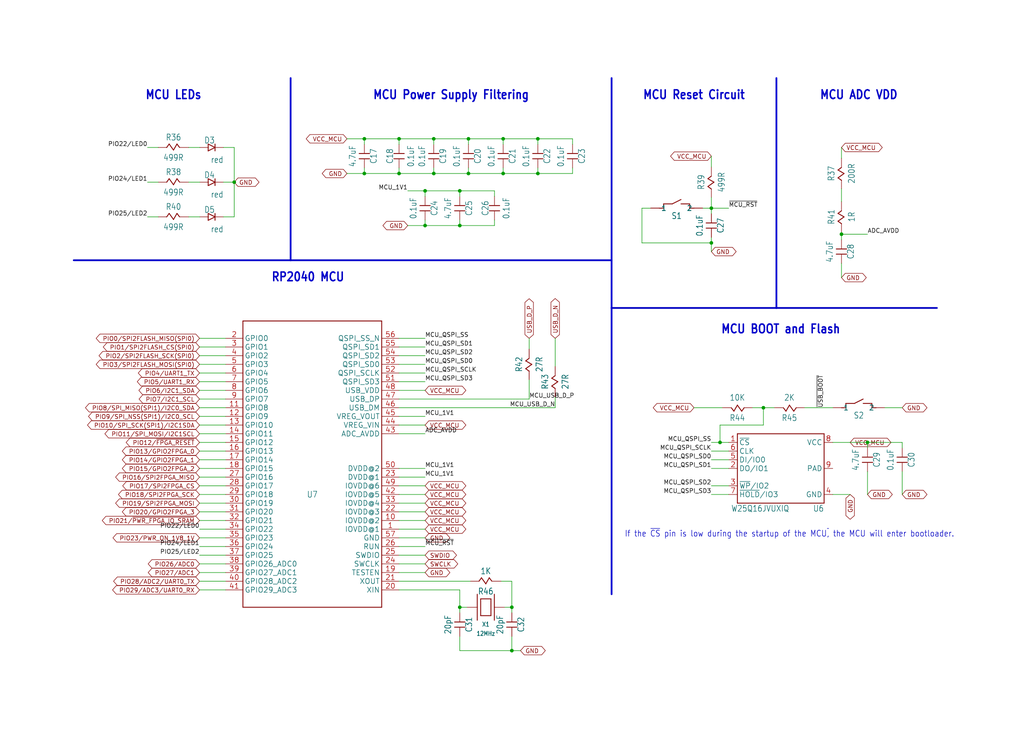
<source format=kicad_sch>
(kicad_sch (version 20250114) (generator "eeschema") (generator_version "9.0")
  (paper "User" 299.822 217.322)
  (lib_symbols
    (symbol "env-eagle-import:CAPACITOR0402"
      (property "Reference" "C" (at 0 1.714 0))
      (symbol "CAPACITOR0402_1_0"
        (polyline (pts (xy -0.762 1.524) (xy -0.762 -1.524)) (stroke (width 0.254)))
        (polyline (pts (xy 0.762 -1.524) (xy 0.762 1.524)) (stroke (width 0.254)))
        (pin bidirectional line (at -3.46 0 0) (length 2.54) (name "P$1") (number "1"))
        (pin bidirectional line (at 3.46 0 180) (length 2.54) (name "P$2") (number "2"))
      )
    )
    (symbol "env-eagle-import:CAPACITOR0603"
      (property "Reference" "C" (at 0 1.714 0))
      (symbol "CAPACITOR0603_1_0"
        (polyline (pts (xy -0.762 1.524) (xy -0.762 -1.524)) (stroke (width 0.254)))
        (polyline (pts (xy 0.762 -1.524) (xy 0.762 1.524)) (stroke (width 0.254)))
        (pin bidirectional line (at -3.46 0 0) (length 2.54) (name "P$1") (number "1"))
        (pin bidirectional line (at 3.46 0 180) (length 2.54) (name "P$2") (number "2"))
      )
    )
    (symbol "env-eagle-import:LED0402"
      (property "Reference" "D" (at -3 2 0))
      (symbol "LED0402_1_0"
        (polyline (pts (xy -1 1) (xy -1 -1)) (stroke (width 0.254)))
        (polyline (pts (xy -1 -1) (xy 1 0)) (stroke (width 0.254)))
        (polyline (pts (xy 1 1) (xy 1 0)) (stroke (width 0.254)))
        (polyline (pts (xy 1 0) (xy -1 1)) (stroke (width 0.254)))
        (polyline (pts (xy 1 0) (xy 1 -1)) (stroke (width 0.254)))
        (pin bidirectional line (at -3.46 0 0) (length 2.54) (name "1") (number "1"))
        (pin bidirectional line (at 3.46 0 180) (length 2.54) (name "2") (number "2"))
      )
    )
    (symbol "env-eagle-import:QUARTZ"
      (property "Reference" "X" (at 0 7 0))
      (symbol "QUARTZ_1_0"
        (polyline (pts (xy -3 0) (xy -2.5 0)) (stroke (width 0.1524)))
        (polyline (pts (xy -2.5 3.81) (xy -2.5 0)) (stroke (width 0.254)))
        (polyline (pts (xy -2.5 0) (xy -2.5 -3.81)) (stroke (width 0.254)))
        (polyline (pts (xy -1.5 2.46) (xy -1.5 -2.46)) (stroke (width 0.254)))
        (polyline (pts (xy -1.5 -2.46) (xy 1.5 -2.46)) (stroke (width 0.254)))
        (polyline (pts (xy 1.5 2.46) (xy -1.5 2.46)) (stroke (width 0.254)))
        (polyline (pts (xy 1.5 -2.46) (xy 1.5 2.46)) (stroke (width 0.254)))
        (polyline (pts (xy 2.5 3.81) (xy 2.5 0)) (stroke (width 0.254)))
        (polyline (pts (xy 2.5 0) (xy 2.5 -3.81)) (stroke (width 0.254)))
        (polyline (pts (xy 2.5 0) (xy 3 0)) (stroke (width 0.1524)))
        (pin bidirectional line (at -5.46 0 0) (length 2.54) (name "P$1") (number "1"))
        (pin bidirectional line (at 5.46 0 180) (length 2.54) (name "P$2") (number "3"))
      )
    )
    (symbol "env-eagle-import:RESISTORSMD_0402"
      (property "Reference" "R" (at 0 2 0))
      (symbol "RESISTORSMD_0402_1_0"
        (polyline (pts (xy -2 0) (xy -1.27 1.016)) (stroke (width 0.254)))
        (polyline (pts (xy -1.27 1.016) (xy 0 -0.762)) (stroke (width 0.254)))
        (polyline (pts (xy 0 -0.762) (xy 1.016 1.016)) (stroke (width 0.254)))
        (polyline (pts (xy 1.016 1.016) (xy 1.778 0)) (stroke (width 0.254)))
        (pin bidirectional line (at -4.46 0 0) (length 2.54) (name "1") (number "1"))
        (pin bidirectional line (at 4.46 0 180) (length 2.54) (name "2") (number "2"))
      )
    )
    (symbol "env-eagle-import:RP2040"
      (property "Reference" "U" (at -2.54 40.64 0))
      (symbol "RP2040_1_0"
        (polyline (pts (xy -20.32 45.72) (xy -20.32 -38.1)) (stroke (width 0.254)))
        (polyline (pts (xy -20.32 -38.1) (xy 20.32 -38.1)) (stroke (width 0.254)))
        (polyline (pts (xy 20.32 45.72) (xy -20.32 45.72)) (stroke (width 0.254)))
        (polyline (pts (xy 20.32 -38.1) (xy 20.32 45.72)) (stroke (width 0.254)))
        (pin bidirectional line (at -25.4 40.64 0) (length 5.08) (name "GPIO0") (number "2"))
        (pin bidirectional line (at -25.4 38.1 0) (length 5.08) (name "GPIO1") (number "3"))
        (pin bidirectional line (at -25.4 35.56 0) (length 5.08) (name "GPIO2") (number "4"))
        (pin bidirectional line (at -25.4 33.02 0) (length 5.08) (name "GPIO3") (number "5"))
        (pin bidirectional line (at -25.4 30.48 0) (length 5.08) (name "GPIO4") (number "6"))
        (pin bidirectional line (at -25.4 27.94 0) (length 5.08) (name "GPIO5") (number "7"))
        (pin bidirectional line (at -25.4 25.4 0) (length 5.08) (name "GPIO6") (number "8"))
        (pin bidirectional line (at -25.4 22.86 0) (length 5.08) (name "GPIO7") (number "9"))
        (pin bidirectional line (at -25.4 20.32 0) (length 5.08) (name "GPIO8") (number "11"))
        (pin bidirectional line (at -25.4 17.78 0) (length 5.08) (name "GPIO9") (number "12"))
        (pin bidirectional line (at -25.4 15.24 0) (length 5.08) (name "GPIO10") (number "13"))
        (pin bidirectional line (at -25.4 12.7 0) (length 5.08) (name "GPIO11") (number "14"))
        (pin bidirectional line (at -25.4 10.16 0) (length 5.08) (name "GPIO12") (number "15"))
        (pin bidirectional line (at -25.4 7.62 0) (length 5.08) (name "GPIO13") (number "16"))
        (pin bidirectional line (at -25.4 5.08 0) (length 5.08) (name "GPIO14") (number "17"))
        (pin bidirectional line (at -25.4 2.54 0) (length 5.08) (name "GPIO15") (number "18"))
        (pin bidirectional line (at -25.4 0 0) (length 5.08) (name "GPIO16") (number "27"))
        (pin bidirectional line (at -25.4 -2.54 0) (length 5.08) (name "GPIO17") (number "28"))
        (pin bidirectional line (at -25.4 -5.08 0) (length 5.08) (name "GPIO18") (number "29"))
        (pin bidirectional line (at -25.4 -7.62 0) (length 5.08) (name "GPIO19") (number "30"))
        (pin bidirectional line (at -25.4 -10.16 0) (length 5.08) (name "GPIO20") (number "31"))
        (pin bidirectional line (at -25.4 -12.7 0) (length 5.08) (name "GPIO21") (number "32"))
        (pin bidirectional line (at -25.4 -15.24 0) (length 5.08) (name "GPIO22") (number "34"))
        (pin bidirectional line (at -25.4 -17.78 0) (length 5.08) (name "GPIO23") (number "35"))
        (pin bidirectional line (at -25.4 -20.32 0) (length 5.08) (name "GPIO24") (number "36"))
        (pin bidirectional line (at -25.4 -22.86 0) (length 5.08) (name "GPIO25") (number "37"))
        (pin bidirectional line (at -25.4 -25.4 0) (length 5.08) (name "GPIO26_ADC0") (number "38"))
        (pin bidirectional line (at -25.4 -27.94 0) (length 5.08) (name "GPIO27_ADC1") (number "39"))
        (pin bidirectional line (at -25.4 -30.48 0) (length 5.08) (name "GPIO28_ADC2") (number "40"))
        (pin bidirectional line (at -25.4 -33.02 0) (length 5.08) (name "GPIO29_ADC3") (number "41"))
        (pin bidirectional line (at 25.4 40.64 180) (length 5.08) (name "QSPI_SS_N") (number "56"))
        (pin bidirectional line (at 25.4 38.1 180) (length 5.08) (name "QSPI_SD1") (number "55"))
        (pin bidirectional line (at 25.4 35.56 180) (length 5.08) (name "QSPI_SD2") (number "54"))
        (pin bidirectional line (at 25.4 33.02 180) (length 5.08) (name "QSPI_SD0") (number "53"))
        (pin bidirectional line (at 25.4 30.48 180) (length 5.08) (name "QSPI_SCLK") (number "52"))
        (pin bidirectional line (at 25.4 27.94 180) (length 5.08) (name "QSPI_SD3") (number "51"))
        (pin bidirectional line (at 25.4 25.4 180) (length 5.08) (name "USB_VDD") (number "48"))
        (pin bidirectional line (at 25.4 22.86 180) (length 5.08) (name "USB_DP") (number "47"))
        (pin bidirectional line (at 25.4 20.32 180) (length 5.08) (name "USB_DM") (number "46"))
        (pin bidirectional line (at 25.4 17.78 180) (length 5.08) (name "VREG_VOUT") (number "45"))
        (pin bidirectional line (at 25.4 15.24 180) (length 5.08) (name "VREG_VIN") (number "44"))
        (pin bidirectional line (at 25.4 12.7 180) (length 5.08) (name "ADC_AVDD") (number "43"))
        (pin bidirectional line (at 25.4 2.54 180) (length 5.08) (name "DVDD@2") (number "50"))
        (pin bidirectional line (at 25.4 0 180) (length 5.08) (name "DVDD@1") (number "23"))
        (pin bidirectional line (at 25.4 -2.54 180) (length 5.08) (name "IOVDD@6") (number "49"))
        (pin bidirectional line (at 25.4 -5.08 180) (length 5.08) (name "IOVDD@5") (number "42"))
        (pin bidirectional line (at 25.4 -7.62 180) (length 5.08) (name "IOVDD@4") (number "33"))
        (pin bidirectional line (at 25.4 -10.16 180) (length 5.08) (name "IOVDD@3") (number "22"))
        (pin bidirectional line (at 25.4 -12.7 180) (length 5.08) (name "IOVDD@2") (number "10"))
        (pin bidirectional line (at 25.4 -15.24 180) (length 5.08) (name "IOVDD@1") (number "1"))
        (pin bidirectional line (at 25.4 -17.78 180) (length 5.08) (name "GND") (number "57"))
        (pin bidirectional line (at 25.4 -20.32 180) (length 5.08) (name "RUN") (number "26"))
        (pin bidirectional line (at 25.4 -22.86 180) (length 5.08) (name "SWDIO") (number "25"))
        (pin bidirectional line (at 25.4 -25.4 180) (length 5.08) (name "SWCLK") (number "24"))
        (pin bidirectional line (at 25.4 -27.94 180) (length 5.08) (name "TESTEN") (number "19"))
        (pin bidirectional line (at 25.4 -30.48 180) (length 5.08) (name "XOUT") (number "21"))
        (pin bidirectional line (at 25.4 -33.02 180) (length 5.08) (name "XIN") (number "20"))
      )
    )
    (symbol "env-eagle-import:TACTILE-SWITCH"
      (property "Reference" "S" (at 0 -3.81 0))
      (symbol "TACTILE-SWITCH_1_0"
        (polyline (pts (xy -5.08 -2.54) (xy -3.81 -2.54)) (stroke (width 0.254)))
        (polyline (pts (xy -3.81 -1.27) (xy -1.27 -1.27)) (stroke (width 0.254)))
        (polyline (pts (xy -3.81 -2.54) (xy -3.81 -1.27)) (stroke (width 0.254)))
        (polyline (pts (xy -1.27 -1.27) (xy 1.27 0)) (stroke (width 0.254)))
        (polyline (pts (xy 3.81 -1.27) (xy 1.27 -1.27)) (stroke (width 0.254)))
        (polyline (pts (xy 3.81 -2.54) (xy 3.81 -1.27)) (stroke (width 0.254)))
        (polyline (pts (xy 5.08 -2.54) (xy 3.81 -2.54)) (stroke (width 0.254)))
        (pin bidirectional line (at -7.62 -2.54 0) (length 2.54) (name "1") (number "1"))
        (pin bidirectional line (at -7.62 -2.54 0) (length 2.54) (name "1") (number "2"))
        (pin bidirectional line (at 7.62 -2.54 180) (length 2.54) (name "2") (number "3"))
        (pin bidirectional line (at 7.62 -2.54 180) (length 2.54) (name "2") (number "4"))
      )
    )
    (symbol "env-eagle-import:W25Q16JVUXIQ"
      (property "Reference" "U" (at -12.7 -12.7 0))
      (symbol "W25Q16JVUXIQ_1_0"
        (polyline (pts (xy -12.7 10.16) (xy 12.7 10.16)) (stroke (width 0.254)))
        (polyline (pts (xy -12.7 -10.16) (xy -12.7 10.16)) (stroke (width 0.254)))
        (polyline (pts (xy 12.7 10.16) (xy 12.7 -10.16)) (stroke (width 0.254)))
        (polyline (pts (xy 12.7 -10.16) (xy -12.7 -10.16)) (stroke (width 0.254)))
        (pin bidirectional line (at -15.24 7.62 0) (length 2.54) (name "VCC") (number "8"))
        (pin bidirectional line (at -15.24 0 0) (length 2.54) (name "PAD") (number "9"))
        (pin bidirectional line (at -15.24 -7.62 0) (length 2.54) (name "GND") (number "4"))
        (pin input line (at 15.24 7.62 180) (length 2.54) (name "~{CS}") (number "1"))
        (pin input line (at 15.24 5.08 180) (length 2.54) (name "CLK") (number "6"))
        (pin bidirectional line (at 15.24 2.54 180) (length 2.54) (name "DI/IO0") (number "5"))
        (pin bidirectional line (at 15.24 0 180) (length 2.54) (name "DO/IO1") (number "2"))
        (pin bidirectional line (at 15.24 -5.08 180) (length 2.54) (name "~{WP}/IO2") (number "3"))
        (pin bidirectional line (at 15.24 -7.62 180) (length 2.54) (name "~{HOLD}/IO3") (number "7"))
      )
    )
  )
  (text "MCU Power Supply Filtering" (at 132.08 27.94 0) (effects (font (size 2.54 2.159) (thickness 0.4318) (bold yes))))
  (text "If the ~{CS} pin is low during the startup of the MCU~{,} the MCU will enter bootloader." (at 182.88 157.48 0) (effects (font (size 1.778 1.5113)) (justify left bottom)))
  (text "MCU BOOT and Flash" (at 228.6 96.52 0) (effects (font (size 2.54 2.159) (thickness 0.4318) (bold yes))))
  (text "MCU Reset Circuit" (at 203.2 27.94 0) (effects (font (size 2.54 2.159) (thickness 0.4318) (bold yes))))
  (text "MCU LEDs" (at 50.8 27.94 0) (effects (font (size 2.54 2.159) (thickness 0.4318) (bold yes))))
  (text "RP2040 MCU" (at 90.17 81.28 0) (effects (font (size 2.54 2.159) (thickness 0.4318) (bold yes))))
  (text "MCU ADC VDD" (at 251.46 27.94 0) (effects (font (size 2.54 2.159) (thickness 0.4318) (bold yes))))
  (junction (at 127 50.8))
  (junction (at 68.58 53.34))
  (junction (at 254 129.54))
  (junction (at 124.46 66.04))
  (junction (at 208.28 71.12))
  (junction (at 149.86 177.8))
  (junction (at 246.38 68.58))
  (junction (at 147.32 40.64))
  (junction (at 137.16 50.8))
  (junction (at 137.16 40.64))
  (junction (at 134.62 177.8))
  (junction (at 157.48 50.8))
  (junction (at 116.84 50.8))
  (junction (at 210.82 129.54))
  (junction (at 106.68 40.64))
  (junction (at 134.62 55.88))
  (junction (at 147.32 50.8))
  (junction (at 106.68 50.8))
  (junction (at 134.62 66.04))
  (junction (at 116.84 40.64))
  (junction (at 124.46 55.88))
  (junction (at 223.52 119.38))
  (junction (at 157.48 40.64))
  (junction (at 149.86 190.5))
  (junction (at 208.28 60.96))
  (junction (at 127 40.64))
  (wire (pts (xy 58.42 109.22) (xy 66.04 109.22)) (stroke (width 0.1524)))
  (wire (pts (xy 137.16 40.64) (xy 147.32 40.64)) (stroke (width 0.1524)))
  (wire (pts (xy 66.04 172.72) (xy 58.42 172.72)) (stroke (width 0.1524)))
  (wire (pts (xy 208.28 60.96) (xy 213.36 60.96)) (stroke (width 0.1524)))
  (wire (pts (xy 116.84 149.86) (xy 124.46 149.86)) (stroke (width 0.1524)))
  (wire (pts (xy 66.04 149.86) (xy 58.42 149.86)) (stroke (width 0.1524)))
  (polyline (pts (xy 179.07 76.2) (xy 179.07 22.86)) (stroke (width 0.508) (type solid)))
  (wire (pts (xy 154.94 102.22) (xy 154.94 99.06)) (stroke (width 0.1524)))
  (wire (pts (xy 66.04 170.18) (xy 58.42 170.18)) (stroke (width 0.1524)))
  (wire (pts (xy 124.46 139.7) (xy 116.84 139.7)) (stroke (width 0.1524)))
  (wire (pts (xy 146.7 170.18) (xy 149.86 170.18)) (stroke (width 0.1524)))
  (wire (pts (xy 208.28 60.96) (xy 208.28 57.8)) (stroke (width 0.1524)))
  (wire (pts (xy 127 50.8) (xy 116.84 50.8)) (stroke (width 0.1524)))
  (wire (pts (xy 68.58 63.5) (xy 68.58 53.34)) (stroke (width 0.1524)))
  (wire (pts (xy 66.04 114.3) (xy 58.42 114.3)) (stroke (width 0.1524)))
  (wire (pts (xy 210.82 124.46) (xy 210.82 129.54)) (stroke (width 0.1524)))
  (wire (pts (xy 116.84 137.16) (xy 124.46 137.16)) (stroke (width 0.1524)))
  (wire (pts (xy 124.46 114.3) (xy 116.84 114.3)) (stroke (width 0.1524)))
  (wire (pts (xy 213.36 144.78) (xy 208.28 144.78)) (stroke (width 0.1524)))
  (wire (pts (xy 223.52 119.38) (xy 220.36 119.38)) (stroke (width 0.1524)))
  (wire (pts (xy 147.32 42.26) (xy 147.32 40.64)) (stroke (width 0.1524)))
  (polyline (pts (xy 85.09 22.86) (xy 85.09 76.2)) (stroke (width 0.508) (type solid)))
  (wire (pts (xy 213.36 129.54) (xy 210.82 129.54)) (stroke (width 0.1524)))
  (wire (pts (xy 66.04 132.08) (xy 58.42 132.08)) (stroke (width 0.1524)))
  (wire (pts (xy 116.84 116.84) (xy 154.94 116.84)) (stroke (width 0.1524)))
  (wire (pts (xy 116.84 165.1) (xy 124.46 165.1)) (stroke (width 0.1524)))
  (wire (pts (xy 137.16 50.8) (xy 127 50.8)) (stroke (width 0.1524)))
  (polyline (pts (xy 179.07 76.2) (xy 179.07 90.17)) (stroke (width 0.508) (type solid)))
  (wire (pts (xy 58.5 53.34) (xy 55.26 53.34)) (stroke (width 0.1524)))
  (wire (pts (xy 136.78 177.8) (xy 134.62 177.8)) (stroke (width 0.1524)))
  (wire (pts (xy 66.04 167.64) (xy 58.42 167.64)) (stroke (width 0.1524)))
  (wire (pts (xy 66.04 144.78) (xy 58.42 144.78)) (stroke (width 0.1524)))
  (wire (pts (xy 116.84 111.76) (xy 124.46 111.76)) (stroke (width 0.1524)))
  (wire (pts (xy 162.56 119.38) (xy 162.56 116.22)) (stroke (width 0.1524)))
  (wire (pts (xy 66.04 124.46) (xy 58.42 124.46)) (stroke (width 0.1524)))
  (wire (pts (xy 264.16 138.08) (xy 264.16 144.78)) (stroke (width 0.1524)))
  (wire (pts (xy 46.34 63.5) (xy 43.18 63.5)) (stroke (width 0.1524)))
  (wire (pts (xy 116.84 119.38) (xy 162.56 119.38)) (stroke (width 0.1524)))
  (wire (pts (xy 66.04 165.1) (xy 58.42 165.1)) (stroke (width 0.1524)))
  (wire (pts (xy 116.84 42.26) (xy 116.84 40.64)) (stroke (width 0.1524)))
  (wire (pts (xy 246.38 70.2) (xy 246.38 68.58)) (stroke (width 0.1524)))
  (wire (pts (xy 157.48 40.64) (xy 157.48 42.26)) (stroke (width 0.1524)))
  (wire (pts (xy 68.58 43.18) (xy 65.42 43.18)) (stroke (width 0.1524)))
  (wire (pts (xy 246.38 68.58) (xy 246.38 67.96)) (stroke (width 0.1524)))
  (wire (pts (xy 66.04 157.48) (xy 58.42 157.48)) (stroke (width 0.1524)))
  (wire (pts (xy 208.28 45.72) (xy 208.28 48.88)) (stroke (width 0.1524)))
  (wire (pts (xy 66.04 99.06) (xy 58.42 99.06)) (stroke (width 0.1524)))
  (wire (pts (xy 116.84 144.78) (xy 124.46 144.78)) (stroke (width 0.1524)))
  (wire (pts (xy 254 138.08) (xy 254 144.78)) (stroke (width 0.1524)))
  (wire (pts (xy 116.84 127) (xy 124.46 127)) (stroke (width 0.1524)))
  (wire (pts (xy 65.42 53.34) (xy 68.58 53.34)) (stroke (width 0.1524)))
  (wire (pts (xy 66.04 154.94) (xy 58.42 154.94)) (stroke (width 0.1524)))
  (wire (pts (xy 116.84 50.8) (xy 106.68 50.8)) (stroke (width 0.1524)))
  (wire (pts (xy 223.52 119.38) (xy 223.52 124.46)) (stroke (width 0.1524)))
  (wire (pts (xy 208.28 71.12) (xy 208.28 73.66)) (stroke (width 0.1524)))
  (wire (pts (xy 149.86 186.34) (xy 149.86 190.5)) (stroke (width 0.1524)))
  (wire (pts (xy 116.84 152.4) (xy 124.46 152.4)) (stroke (width 0.1524)))
  (wire (pts (xy 116.84 99.06) (xy 124.46 99.06)) (stroke (width 0.1524)))
  (wire (pts (xy 213.36 134.62) (xy 208.28 134.62)) (stroke (width 0.1524)))
  (wire (pts (xy 116.84 142.24) (xy 124.46 142.24)) (stroke (width 0.1524)))
  (wire (pts (xy 205.74 60.96) (xy 208.28 60.96)) (stroke (width 0.1524)))
  (wire (pts (xy 116.84 109.22) (xy 124.46 109.22)) (stroke (width 0.1524)))
  (wire (pts (xy 147.7 177.8) (xy 149.86 177.8)) (stroke (width 0.1524)))
  (wire (pts (xy 246.38 68.58) (xy 254 68.58)) (stroke (width 0.1524)))
  (wire (pts (xy 134.62 66.04) (xy 124.46 66.04)) (stroke (width 0.1524)))
  (wire (pts (xy 144.78 64.42) (xy 144.78 66.04)) (stroke (width 0.1524)))
  (wire (pts (xy 66.04 121.92) (xy 58.42 121.92)) (stroke (width 0.1524)))
  (wire (pts (xy 162.56 99.06) (xy 162.56 107.3)) (stroke (width 0.1524)))
  (wire (pts (xy 116.84 124.46) (xy 124.46 124.46)) (stroke (width 0.1524)))
  (wire (pts (xy 134.62 55.88) (xy 124.46 55.88)) (stroke (width 0.1524)))
  (wire (pts (xy 226.68 119.38) (xy 223.52 119.38)) (stroke (width 0.1524)))
  (polyline (pts (xy 179.07 90.17) (xy 179.07 173.99)) (stroke (width 0.508) (type solid)))
  (wire (pts (xy 243.84 119.38) (xy 235.6 119.38)) (stroke (width 0.1524)))
  (wire (pts (xy 147.32 40.64) (xy 157.48 40.64)) (stroke (width 0.1524)))
  (wire (pts (xy 58.5 43.18) (xy 55.26 43.18)) (stroke (width 0.1524)))
  (wire (pts (xy 223.52 124.46) (xy 210.82 124.46)) (stroke (width 0.1524)))
  (wire (pts (xy 116.84 170.18) (xy 137.78 170.18)) (stroke (width 0.1524)))
  (wire (pts (xy 157.48 40.64) (xy 167.64 40.64)) (stroke (width 0.1524)))
  (wire (pts (xy 254 129.54) (xy 243.84 129.54)) (stroke (width 0.1524)))
  (wire (pts (xy 66.04 160.02) (xy 58.42 160.02)) (stroke (width 0.1524)))
  (wire (pts (xy 66.04 119.38) (xy 58.42 119.38)) (stroke (width 0.1524)))
  (wire (pts (xy 149.86 177.8) (xy 149.86 179.42)) (stroke (width 0.1524)))
  (wire (pts (xy 208.28 71.12) (xy 208.28 69.5)) (stroke (width 0.1524)))
  (wire (pts (xy 116.84 154.94) (xy 124.46 154.94)) (stroke (width 0.1524)))
  (wire (pts (xy 106.68 50.8) (xy 101.6 50.8)) (stroke (width 0.1524)))
  (wire (pts (xy 264.16 129.54) (xy 264.16 131.16)) (stroke (width 0.1524)))
  (wire (pts (xy 144.78 66.04) (xy 134.62 66.04)) (stroke (width 0.1524)))
  (wire (pts (xy 147.32 49.18) (xy 147.32 50.8)) (stroke (width 0.1524)))
  (wire (pts (xy 116.84 106.68) (xy 124.46 106.68)) (stroke (width 0.1524)))
  (wire (pts (xy 46.34 53.34) (xy 43.18 53.34)) (stroke (width 0.1524)))
  (polyline (pts (xy 227.33 90.17) (xy 274.32 90.17)) (stroke (width 0.508) (type solid)))
  (wire (pts (xy 66.04 106.68) (xy 58.42 106.68)) (stroke (width 0.1524)))
  (wire (pts (xy 116.84 157.48) (xy 124.46 157.48)) (stroke (width 0.1524)))
  (wire (pts (xy 116.84 172.72) (xy 134.62 172.72)) (stroke (width 0.1524)))
  (wire (pts (xy 116.84 49.18) (xy 116.84 50.8)) (stroke (width 0.1524)))
  (wire (pts (xy 213.36 132.08) (xy 208.28 132.08)) (stroke (width 0.1524)))
  (wire (pts (xy 167.64 40.64) (xy 167.64 42.26)) (stroke (width 0.1524)))
  (wire (pts (xy 124.46 57.5) (xy 124.46 55.88)) (stroke (width 0.1524)))
  (wire (pts (xy 127 42.26) (xy 127 40.64)) (stroke (width 0.1524)))
  (wire (pts (xy 116.84 40.64) (xy 106.68 40.64)) (stroke (width 0.1524)))
  (wire (pts (xy 254 131.16) (xy 254 129.54)) (stroke (width 0.1524)))
  (wire (pts (xy 134.62 57.5) (xy 134.62 55.88)) (stroke (width 0.1524)))
  (wire (pts (xy 116.84 167.64) (xy 124.46 167.64)) (stroke (width 0.1524)))
  (wire (pts (xy 116.84 104.14) (xy 124.46 104.14)) (stroke (width 0.1524)))
  (wire (pts (xy 66.04 147.32) (xy 58.42 147.32)) (stroke (width 0.1524)))
  (polyline (pts (xy 21.59 76.2) (xy 85.09 76.2)) (stroke (width 0.508) (type solid)))
  (wire (pts (xy 58.5 63.5) (xy 55.26 63.5)) (stroke (width 0.1524)))
  (wire (pts (xy 66.04 134.62) (xy 58.42 134.62)) (stroke (width 0.1524)))
  (wire (pts (xy 68.58 53.34) (xy 68.58 43.18)) (stroke (width 0.1524)))
  (wire (pts (xy 66.04 137.16) (xy 58.42 137.16)) (stroke (width 0.1524)))
  (wire (pts (xy 66.04 101.6) (xy 58.42 101.6)) (stroke (width 0.1524)))
  (wire (pts (xy 66.04 142.24) (xy 58.42 142.24)) (stroke (width 0.1524)))
  (wire (pts (xy 167.64 49.18) (xy 167.64 50.8)) (stroke (width 0.1524)))
  (wire (pts (xy 157.48 50.8) (xy 167.64 50.8)) (stroke (width 0.1524)))
  (wire (pts (xy 66.04 111.76) (xy 58.42 111.76)) (stroke (width 0.1524)))
  (wire (pts (xy 149.86 170.18) (xy 149.86 177.8)) (stroke (width 0.1524)))
  (wire (pts (xy 66.04 152.4) (xy 58.42 152.4)) (stroke (width 0.1524)))
  (wire (pts (xy 116.84 147.32) (xy 124.46 147.32)) (stroke (width 0.1524)))
  (wire (pts (xy 134.62 190.5) (xy 149.86 190.5)) (stroke (width 0.1524)))
  (wire (pts (xy 134.62 177.8) (xy 134.62 179.42)) (stroke (width 0.1524)))
  (wire (pts (xy 187.96 60.96) (xy 187.96 71.12)) (stroke (width 0.1524)))
  (polyline (pts (xy 85.09 76.2) (xy 179.07 76.2)) (stroke (width 0.508) (type solid)))
  (wire (pts (xy 66.04 104.14) (xy 58.42 104.14)) (stroke (width 0.1524)))
  (wire (pts (xy 66.04 127) (xy 58.42 127)) (stroke (width 0.1524)))
  (wire (pts (xy 127 40.64) (xy 137.16 40.64)) (stroke (width 0.1524)))
  (wire (pts (xy 116.84 162.56) (xy 124.46 162.56)) (stroke (width 0.1524)))
  (wire (pts (xy 124.46 66.04) (xy 119.38 66.04)) (stroke (width 0.1524)))
  (wire (pts (xy 116.84 160.02) (xy 124.46 160.02)) (stroke (width 0.1524)))
  (wire (pts (xy 116.84 121.92) (xy 124.46 121.92)) (stroke (width 0.1524)))
  (wire (pts (xy 243.84 144.78) (xy 248.92 144.78)) (stroke (width 0.1524)))
  (polyline (pts (xy 227.33 22.86) (xy 227.33 90.17)) (stroke (width 0.508) (type solid)))
  (wire (pts (xy 157.48 49.18) (xy 157.48 50.8)) (stroke (width 0.1524)))
  (wire (pts (xy 144.78 57.5) (xy 144.78 55.88)) (stroke (width 0.1524)))
  (wire (pts (xy 137.16 49.18) (xy 137.16 50.8)) (stroke (width 0.1524)))
  (wire (pts (xy 157.48 50.8) (xy 147.32 50.8)) (stroke (width 0.1524)))
  (wire (pts (xy 134.62 172.72) (xy 134.62 177.8)) (stroke (width 0.1524)))
  (wire (pts (xy 144.78 55.88) (xy 134.62 55.88)) (stroke (width 0.1524)))
  (wire (pts (xy 134.62 186.34) (xy 134.62 190.5)) (stroke (width 0.1524)))
  (wire (pts (xy 127 49.18) (xy 127 50.8)) (stroke (width 0.1524)))
  (wire (pts (xy 213.36 137.16) (xy 208.28 137.16)) (stroke (width 0.1524)))
  (wire (pts (xy 259.08 119.38) (xy 264.16 119.38)) (stroke (width 0.1524)))
  (wire (pts (xy 149.86 190.5) (xy 152.4 190.5)) (stroke (width 0.1524)))
  (wire (pts (xy 246.38 46.34) (xy 246.38 43.18)) (stroke (width 0.1524)))
  (wire (pts (xy 213.36 142.24) (xy 208.28 142.24)) (stroke (width 0.1524)))
  (wire (pts (xy 116.84 101.6) (xy 124.46 101.6)) (stroke (width 0.1524)))
  (wire (pts (xy 208.28 62.58) (xy 208.28 60.96)) (stroke (width 0.1524)))
  (wire (pts (xy 124.46 64.42) (xy 124.46 66.04)) (stroke (width 0.1524)))
  (wire (pts (xy 147.32 50.8) (xy 137.16 50.8)) (stroke (width 0.1524)))
  (wire (pts (xy 254 129.54) (xy 264.16 129.54)) (stroke (width 0.1524)))
  (wire (pts (xy 124.46 55.88) (xy 119.38 55.88)) (stroke (width 0.1524)))
  (wire (pts (xy 134.62 64.42) (xy 134.62 66.04)) (stroke (width 0.1524)))
  (polyline (pts (xy 179.07 90.17) (xy 227.33 90.17)) (stroke (width 0.508) (type solid)))
  (wire (pts (xy 106.68 42.26) (xy 106.68 40.64)) (stroke (width 0.1524)))
  (wire (pts (xy 154.94 116.84) (xy 154.94 111.14)) (stroke (width 0.1524)))
  (wire (pts (xy 211.44 119.38) (xy 203.2 119.38)) (stroke (width 0.1524)))
  (wire (pts (xy 190.5 60.96) (xy 187.96 60.96)) (stroke (width 0.1524)))
  (wire (pts (xy 66.04 139.7) (xy 58.42 139.7)) (stroke (width 0.1524)))
  (wire (pts (xy 66.04 116.84) (xy 58.42 116.84)) (stroke (width 0.1524)))
  (wire (pts (xy 246.38 77.12) (xy 246.38 81.28)) (stroke (width 0.1524)))
  (wire (pts (xy 106.68 40.64) (xy 101.6 40.64)) (stroke (width 0.1524)))
  (wire (pts (xy 210.82 129.54) (xy 208.28 129.54)) (stroke (width 0.1524)))
  (wire (pts (xy 66.04 129.54) (xy 58.42 129.54)) (stroke (width 0.1524)))
  (wire (pts (xy 137.16 42.26) (xy 137.16 40.64)) (stroke (width 0.1524)))
  (wire (pts (xy 46.34 43.18) (xy 43.18 43.18)) (stroke (width 0.1524)))
  (wire (pts (xy 66.04 162.56) (xy 58.42 162.56)) (stroke (width 0.1524)))
  (wire (pts (xy 106.68 49.18) (xy 106.68 50.8)) (stroke (width 0.1524)))
  (wire (pts (xy 65.42 63.5) (xy 68.58 63.5)) (stroke (width 0.1524)))
  (wire (pts (xy 116.84 40.64) (xy 127 40.64)) (stroke (width 0.1524)))
  (wire (pts (xy 246.38 55.26) (xy 246.38 59.04)) (stroke (width 0.1524)))
  (wire (pts (xy 187.96 71.12) (xy 208.28 71.12)) (stroke (width 0.1524)))
  (label "MCU_QSPI_SD1" (at 208.28 137.16 180) (effects (font (size 1.2446 1.2446))))
  (label "MCU_QSPI_SCLK" (at 208.28 132.08 180) (effects (font (size 1.2446 1.2446))))
  (label "MCU_USB_D_P" (at 154.94 116.84 0) (effects (font (size 1.2446 1.2446))))
  (label "MCU_QSPI_SD0" (at 124.46 106.68 0) (effects (font (size 1.2446 1.2446))))
  (label "PIO25/LED2" (at 43.18 63.5 180) (effects (font (size 1.2446 1.2446))))
  (label "MCU_USB_D_N" (at 162.56 119.38 180) (effects (font (size 1.2446 1.2446))))
  (label "MCU_QSPI_SD2" (at 208.28 142.24 180) (effects (font (size 1.2446 1.2446))))
  (label "PIO25/LED2" (at 58.42 162.56 180) (effects (font (size 1.2446 1.2446))))
  (label "MCU_1V1" (at 124.46 121.92 0) (effects (font (size 1.2446 1.2446))))
  (label "MCU_1V1" (at 124.46 139.7 0) (effects (font (size 1.2446 1.2446))))
  (label "~{MCU_RST}" (at 213.36 60.96 0) (effects (font (size 1.2446 1.2446))))
  (label "MCU_QSPI_SCLK" (at 124.46 109.22 0) (effects (font (size 1.2446 1.2446))))
  (label "MCU_QSPI_SD1" (at 124.46 101.6 0) (effects (font (size 1.2446 1.2446))))
  (label "MCU_QSPI_SS" (at 208.28 129.54 180) (effects (font (size 1.2446 1.2446))))
  (label "MCU_QSPI_SD2" (at 124.46 104.14 0) (effects (font (size 1.2446 1.2446))))
  (label "ADC_AVDD" (at 254 68.58 0) (effects (font (size 1.2446 1.2446))))
  (label "PIO22/LED0" (at 43.18 43.18 180) (effects (font (size 1.2446 1.2446))))
  (label "~{MCU_RST}" (at 124.46 160.02 0) (effects (font (size 1.2446 1.2446))))
  (label "MCU_QSPI_SD0" (at 208.28 134.62 180) (effects (font (size 1.2446 1.2446))))
  (label "ADC_AVDD" (at 124.46 127 0) (effects (font (size 1.2446 1.2446))))
  (label "MCU_1V1" (at 124.46 137.16 0) (effects (font (size 1.2446 1.2446))))
  (label "PIO24/LED1" (at 43.18 53.34 180) (effects (font (size 1.2446 1.2446))))
  (label "~{USB_BOOT}" (at 241.3 119.38 90) (effects (font (size 1.2446 1.2446))))
  (label "MCU_1V1" (at 119.38 55.88 180) (effects (font (size 1.2446 1.2446))))
  (label "MCU_QSPI_SS" (at 124.46 99.06 0) (effects (font (size 1.2446 1.2446))))
  (label "MCU_QSPI_SD3" (at 208.28 144.78 180) (effects (font (size 1.2446 1.2446))))
  (label "PIO22/LED0" (at 58.42 154.94 180) (effects (font (size 1.2446 1.2446))))
  (label "MCU_QSPI_SD3" (at 124.46 111.76 0) (effects (font (size 1.2446 1.2446))))
  (label "PIO24/LED1" (at 58.42 160.02 180) (effects (font (size 1.2446 1.2446))))
  (global_label "PIO2/SPI2FLASH_SCK(SPI0)" (shape bidirectional) (at 58.42 104.14 180) (effects (font (size 1.2446 1.2446))) (property "Intersheetrefs" "${INTERSHEET_REFS}" (effects (hide yes))))
  (global_label "GND" (shape bidirectional) (at 264.16 144.78 0) (effects (font (size 1.2446 1.2446))) (property "Intersheetrefs" "${INTERSHEET_REFS}" (effects (hide yes))))
  (global_label "VCC_MCU" (shape bidirectional) (at 124.46 144.78 0) (effects (font (size 1.2446 1.2446))) (property "Intersheetrefs" "${INTERSHEET_REFS}" (effects (hide yes))))
  (global_label "GND" (shape bidirectional) (at 68.58 53.34 0) (effects (font (size 1.2446 1.2446))) (property "Intersheetrefs" "${INTERSHEET_REFS}" (effects (hide yes))))
  (global_label "VCC_MCU" (shape bidirectional) (at 124.46 154.94 0) (effects (font (size 1.2446 1.2446))) (property "Intersheetrefs" "${INTERSHEET_REFS}" (effects (hide yes))))
  (global_label "PIO8/SPI_MISO(SPI1)/I2C0_SDA" (shape bidirectional) (at 58.42 119.38 180) (effects (font (size 1.2446 1.2446))) (property "Intersheetrefs" "${INTERSHEET_REFS}" (effects (hide yes))))
  (global_label "VCC_MCU" (shape bidirectional) (at 203.2 119.38 180) (effects (font (size 1.2446 1.2446))) (property "Intersheetrefs" "${INTERSHEET_REFS}" (effects (hide yes))))
  (global_label "PIO28/ADC2/UART0_TX" (shape bidirectional) (at 58.42 170.18 180) (effects (font (size 1.2446 1.2446))) (property "Intersheetrefs" "${INTERSHEET_REFS}" (effects (hide yes))))
  (global_label "PIO16/SPI2FPGA_MISO" (shape bidirectional) (at 58.42 139.7 180) (effects (font (size 1.2446 1.2446))) (property "Intersheetrefs" "${INTERSHEET_REFS}" (effects (hide yes))))
  (global_label "PIO19/SPI2FPGA_MOSI" (shape bidirectional) (at 58.42 147.32 180) (effects (font (size 1.2446 1.2446))) (property "Intersheetrefs" "${INTERSHEET_REFS}" (effects (hide yes))))
  (global_label "VCC_MCU" (shape bidirectional) (at 208.28 45.72 180) (effects (font (size 1.2446 1.2446))) (property "Intersheetrefs" "${INTERSHEET_REFS}" (effects (hide yes))))
  (global_label "USB_D_P" (shape bidirectional) (at 154.94 99.06 90) (effects (font (size 1.2446 1.2446))) (property "Intersheetrefs" "${INTERSHEET_REFS}" (effects (hide yes))))
  (global_label "PIO21/~{PWR_FPGA_IO_SRAM}" (shape bidirectional) (at 58.42 152.4 180) (effects (font (size 1.2446 1.2446))) (property "Intersheetrefs" "${INTERSHEET_REFS}" (effects (hide yes))))
  (global_label "PIO12/~{FPGA_RESET}" (shape bidirectional) (at 58.42 129.54 180) (effects (font (size 1.2446 1.2446))) (property "Intersheetrefs" "${INTERSHEET_REFS}" (effects (hide yes))))
  (global_label "VCC_MCU" (shape bidirectional) (at 124.46 114.3 0) (effects (font (size 1.2446 1.2446))) (property "Intersheetrefs" "${INTERSHEET_REFS}" (effects (hide yes))))
  (global_label "GND" (shape bidirectional) (at 254 144.78 0) (effects (font (size 1.2446 1.2446))) (property "Intersheetrefs" "${INTERSHEET_REFS}" (effects (hide yes))))
  (global_label "GND" (shape bidirectional) (at 248.92 144.78 270) (effects (font (size 1.2446 1.2446))) (property "Intersheetrefs" "${INTERSHEET_REFS}" (effects (hide yes))))
  (global_label "GND" (shape bidirectional) (at 124.46 167.64 0) (effects (font (size 1.2446 1.2446))) (property "Intersheetrefs" "${INTERSHEET_REFS}" (effects (hide yes))))
  (global_label "PIO9/SPI_NSS(SPI1)/I2C0_SCL" (shape bidirectional) (at 58.42 121.92 180) (effects (font (size 1.2446 1.2446))) (property "Intersheetrefs" "${INTERSHEET_REFS}" (effects (hide yes))))
  (global_label "GND" (shape bidirectional) (at 246.38 81.28 0) (effects (font (size 1.2446 1.2446))) (property "Intersheetrefs" "${INTERSHEET_REFS}" (effects (hide yes))))
  (global_label "PIO29/ADC3/UART0_RX" (shape bidirectional) (at 58.42 172.72 180) (effects (font (size 1.2446 1.2446))) (property "Intersheetrefs" "${INTERSHEET_REFS}" (effects (hide yes))))
  (global_label "SWCLK" (shape bidirectional) (at 124.46 165.1 0) (effects (font (size 1.2446 1.2446))) (property "Intersheetrefs" "${INTERSHEET_REFS}" (effects (hide yes))))
  (global_label "PIO20/GPIO2FPGA_3" (shape bidirectional) (at 58.42 149.86 180) (effects (font (size 1.2446 1.2446))) (property "Intersheetrefs" "${INTERSHEET_REFS}" (effects (hide yes))))
  (global_label "GND" (shape bidirectional) (at 119.38 66.04 180) (effects (font (size 1.2446 1.2446))) (property "Intersheetrefs" "${INTERSHEET_REFS}" (effects (hide yes))))
  (global_label "GND" (shape bidirectional) (at 264.16 119.38 0) (effects (font (size 1.2446 1.2446))) (property "Intersheetrefs" "${INTERSHEET_REFS}" (effects (hide yes))))
  (global_label "VCC_MCU" (shape bidirectional) (at 124.46 142.24 0) (effects (font (size 1.2446 1.2446))) (property "Intersheetrefs" "${INTERSHEET_REFS}" (effects (hide yes))))
  (global_label "VCC_MCU" (shape bidirectional) (at 246.38 43.18 0) (effects (font (size 1.2446 1.2446))) (property "Intersheetrefs" "${INTERSHEET_REFS}" (effects (hide yes))))
  (global_label "PIO17/SPI2FPGA_CS" (shape bidirectional) (at 58.42 142.24 180) (effects (font (size 1.2446 1.2446))) (property "Intersheetrefs" "${INTERSHEET_REFS}" (effects (hide yes))))
  (global_label "PIO4/UART1_TX" (shape bidirectional) (at 58.42 109.22 180) (effects (font (size 1.2446 1.2446))) (property "Intersheetrefs" "${INTERSHEET_REFS}" (effects (hide yes))))
  (global_label "PIO6/I2C1_SDA" (shape bidirectional) (at 58.42 114.3 180) (effects (font (size 1.2446 1.2446))) (property "Intersheetrefs" "${INTERSHEET_REFS}" (effects (hide yes))))
  (global_label "PIO0/SPI2FLASH_MISO(SPI0)" (shape bidirectional) (at 58.42 99.06 180) (effects (font (size 1.2446 1.2446))) (property "Intersheetrefs" "${INTERSHEET_REFS}" (effects (hide yes))))
  (global_label "PIO23/PWR_ON_1V8_1V" (shape bidirectional) (at 58.42 157.48 180) (effects (font (size 1.2446 1.2446))) (property "Intersheetrefs" "${INTERSHEET_REFS}" (effects (hide yes))))
  (global_label "PIO5/UART1_RX" (shape bidirectional) (at 58.42 111.76 180) (effects (font (size 1.2446 1.2446))) (property "Intersheetrefs" "${INTERSHEET_REFS}" (effects (hide yes))))
  (global_label "PIO26/ADC0" (shape bidirectional) (at 58.42 165.1 180) (effects (font (size 1.2446 1.2446))) (property "Intersheetrefs" "${INTERSHEET_REFS}" (effects (hide yes))))
  (global_label "VCC_MCU" (shape bidirectional) (at 101.6 40.64 180) (effects (font (size 1.2446 1.2446))) (property "Intersheetrefs" "${INTERSHEET_REFS}" (effects (hide yes))))
  (global_label "VCC_MCU" (shape bidirectional) (at 124.46 149.86 0) (effects (font (size 1.2446 1.2446))) (property "Intersheetrefs" "${INTERSHEET_REFS}" (effects (hide yes))))
  (global_label "PIO14/GPIO2FPGA_1" (shape bidirectional) (at 58.42 134.62 180) (effects (font (size 1.2446 1.2446))) (property "Intersheetrefs" "${INTERSHEET_REFS}" (effects (hide yes))))
  (global_label "GND" (shape bidirectional) (at 124.46 157.48 0) (effects (font (size 1.2446 1.2446))) (property "Intersheetrefs" "${INTERSHEET_REFS}" (effects (hide yes))))
  (global_label "PIO11/SPI_MOSI/I2C1SCL" (shape bidirectional) (at 58.42 127 180) (effects (font (size 1.2446 1.2446))) (property "Intersheetrefs" "${INTERSHEET_REFS}" (effects (hide yes))))
  (global_label "PIO18/SPI2FPGA_SCK" (shape bidirectional) (at 58.42 144.78 180) (effects (font (size 1.2446 1.2446))) (property "Intersheetrefs" "${INTERSHEET_REFS}" (effects (hide yes))))
  (global_label "VCC_MCU" (shape bidirectional) (at 248.92 129.54 0) (effects (font (size 1.2446 1.2446))) (property "Intersheetrefs" "${INTERSHEET_REFS}" (effects (hide yes))))
  (global_label "PIO13/GPIO2FPGA_0" (shape bidirectional) (at 58.42 132.08 180) (effects (font (size 1.2446 1.2446))) (property "Intersheetrefs" "${INTERSHEET_REFS}" (effects (hide yes))))
  (global_label "VCC_MCU" (shape bidirectional) (at 124.46 124.46 0) (effects (font (size 1.2446 1.2446))) (property "Intersheetrefs" "${INTERSHEET_REFS}" (effects (hide yes))))
  (global_label "VCC_MCU" (shape bidirectional) (at 124.46 152.4 0) (effects (font (size 1.2446 1.2446))) (property "Intersheetrefs" "${INTERSHEET_REFS}" (effects (hide yes))))
  (global_label "PIO3/SPI2FLASH_MOSI(SPI0)" (shape bidirectional) (at 58.42 106.68 180) (effects (font (size 1.2446 1.2446))) (property "Intersheetrefs" "${INTERSHEET_REFS}" (effects (hide yes))))
  (global_label "GND" (shape bidirectional) (at 208.28 73.66 0) (effects (font (size 1.2446 1.2446))) (property "Intersheetrefs" "${INTERSHEET_REFS}" (effects (hide yes))))
  (global_label "USB_D_N" (shape bidirectional) (at 162.56 99.06 90) (effects (font (size 1.2446 1.2446))) (property "Intersheetrefs" "${INTERSHEET_REFS}" (effects (hide yes))))
  (global_label "SWDIO" (shape bidirectional) (at 124.46 162.56 0) (effects (font (size 1.2446 1.2446))) (property "Intersheetrefs" "${INTERSHEET_REFS}" (effects (hide yes))))
  (global_label "PIO27/ADC1" (shape bidirectional) (at 58.42 167.64 180) (effects (font (size 1.2446 1.2446))) (property "Intersheetrefs" "${INTERSHEET_REFS}" (effects (hide yes))))
  (global_label "PIO15/GPIO2FPGA_2" (shape bidirectional) (at 58.42 137.16 180) (effects (font (size 1.2446 1.2446))) (property "Intersheetrefs" "${INTERSHEET_REFS}" (effects (hide yes))))
  (global_label "PIO10/SPI_SCK(SPI1)/I2C1SDA" (shape bidirectional) (at 58.42 124.46 180) (effects (font (size 1.2446 1.2446))) (property "Intersheetrefs" "${INTERSHEET_REFS}" (effects (hide yes))))
  (global_label "PIO7/I2C1_SCL" (shape bidirectional) (at 58.42 116.84 180) (effects (font (size 1.2446 1.2446))) (property "Intersheetrefs" "${INTERSHEET_REFS}" (effects (hide yes))))
  (global_label "VCC_MCU" (shape bidirectional) (at 124.46 147.32 0) (effects (font (size 1.2446 1.2446))) (property "Intersheetrefs" "${INTERSHEET_REFS}" (effects (hide yes))))
  (global_label "GND" (shape bidirectional) (at 101.6 50.8 180) (effects (font (size 1.2446 1.2446))) (property "Intersheetrefs" "${INTERSHEET_REFS}" (effects (hide yes))))
  (global_label "GND" (shape bidirectional) (at 152.4 190.5 0) (effects (font (size 1.2446 1.2446))) (property "Intersheetrefs" "${INTERSHEET_REFS}" (effects (hide yes))))
  (global_label "PIO1/SPI2FLASH_CS(SPI0)" (shape bidirectional) (at 58.42 101.6 180) (effects (font (size 1.2446 1.2446))) (property "Intersheetrefs" "${INTERSHEET_REFS}" (effects (hide yes))))
  (symbol (lib_id "env-eagle-import:RESISTORSMD_0402") (at 50.8 63.5 0) (unit 1)
    (property "Reference" "R40" (at 50.8 61.5 0) (effects (font (size 1.778 1.5113)) (justify bottom)))
    (property "Value" "499R" (at 50.8 65.5 0) (effects (font (size 1.778 1.5113)) (justify top)))
    (property "Footprint" "env:0402" (effects (hide yes)))
    (property "OC_NEWARK" "unknown" (effects (hide yes)))
  )
  (symbol (lib_id "env-eagle-import:CAPACITOR0402") (at 208.28 66.04 270) (unit 1)
    (property "Reference" "C27" (at 209.994 66.04 0) (effects (font (size 1.778 1.5113)) (justify bottom)))
    (property "Value" "0.1uF" (at 205.804 66.04 0) (effects (font (size 1.778 1.5113)) (justify top)))
    (property "Footprint" "env:0402" (effects (hide yes)))
    (property "OC_NEWARK" "unknown" (effects (hide yes)))
  )
  (symbol (lib_id "env-eagle-import:CAPACITOR0402") (at 116.84 45.72 90) (unit 1)
    (property "Reference" "C18" (at 115.126 45.72 0) (effects (font (size 1.778 1.5113)) (justify bottom)))
    (property "Value" "0.1uF" (at 119.316 45.72 0) (effects (font (size 1.778 1.5113)) (justify top)))
    (property "Footprint" "env:0402" (effects (hide yes)))
    (property "OC_NEWARK" "unknown" (effects (hide yes)))
  )
  (symbol (lib_id "env-eagle-import:CAPACITOR0402") (at 264.16 134.62 270) (unit 1)
    (property "Reference" "C30" (at 265.874 134.62 0) (effects (font (size 1.778 1.5113)) (justify bottom)))
    (property "Value" "0.1uF" (at 261.684 134.62 0) (effects (font (size 1.778 1.5113)) (justify top)))
    (property "Footprint" "env:0402" (effects (hide yes)))
    (property "OC_NEWARK" "unknown" (effects (hide yes)))
  )
  (symbol (lib_id "env-eagle-import:CAPACITOR0603") (at 254 134.62 270) (unit 1)
    (property "Reference" "C29" (at 255.714 134.62 0) (effects (font (size 1.778 1.5113)) (justify bottom)))
    (property "Value" "4.7uF" (at 251.524 134.62 0) (effects (font (size 1.778 1.5113)) (justify top)))
    (property "Footprint" "env:CAPC1608-0603" (effects (hide yes)))
    (property "OC_NEWARK" "unknown" (effects (hide yes)))
  )
  (symbol (lib_id "env-eagle-import:CAPACITOR0603") (at 246.38 73.66 270) (unit 1)
    (property "Reference" "C28" (at 248.094 73.66 0) (effects (font (size 1.778 1.5113)) (justify bottom)))
    (property "Value" "4.7uF" (at 243.904 73.66 0) (effects (font (size 1.778 1.5113)) (justify top)))
    (property "Footprint" "env:CAPC1608-0603" (effects (hide yes)))
    (property "OC_NEWARK" "unknown" (effects (hide yes)))
  )
  (symbol (lib_id "env-eagle-import:LED0402") (at 61.96 43.18 0) (unit 1)
    (property "Reference" "D3" (at 62.96 40.1 0) (effects (font (size 1.778 1.5113)) (justify right top)))
    (property "Value" "red" (at 65.5 45.8 0) (effects (font (size 1.778 1.5113)) (justify right top)))
    (property "Footprint" "env:0402" (effects (hide yes)))
    (property "OC_NEWARK" "unknown" (effects (hide yes)))
  )
  (symbol (lib_id "env-eagle-import:CAPACITOR0402") (at 134.62 182.88 270) (unit 1)
    (property "Reference" "C31" (at 136.334 182.88 0) (effects (font (size 1.778 1.5113)) (justify bottom)))
    (property "Value" "20pF" (at 132.144 182.88 0) (effects (font (size 1.778 1.5113)) (justify top)))
    (property "Footprint" "env:0402" (effects (hide yes)))
    (property "OC_NEWARK" "unknown" (effects (hide yes)))
  )
  (symbol (lib_id "env-eagle-import:RESISTORSMD_0402") (at 154.94 106.68 90) (unit 1)
    (property "Reference" "R42" (at 152.94 106.68 0) (effects (font (size 1.778 1.5113)) (justify bottom)))
    (property "Value" "27R" (at 156.94 106.68 0) (effects (font (size 1.778 1.5113)) (justify top)))
    (property "Footprint" "env:0402" (effects (hide yes)))
    (property "OC_NEWARK" "unknown" (effects (hide yes)))
  )
  (symbol (lib_id "env-eagle-import:RESISTORSMD_0402") (at 246.38 50.8 90) (unit 1)
    (property "Reference" "R37" (at 244.38 50.8 0) (effects (font (size 1.778 1.5113)) (justify bottom)))
    (property "Value" "200R" (at 248.38 50.8 0) (effects (font (size 1.778 1.5113)) (justify top)))
    (property "Footprint" "env:0402" (effects (hide yes)))
    (property "OC_NEWARK" "unknown" (effects (hide yes)))
  )
  (symbol (lib_id "env-eagle-import:RESISTORSMD_0402") (at 215.9 119.38 180) (unit 1)
    (property "Reference" "R44" (at 215.9 121.38 0) (effects (font (size 1.778 1.5113)) (justify bottom)))
    (property "Value" "10K" (at 215.9 117.38 0) (effects (font (size 1.778 1.5113)) (justify top)))
    (property "Footprint" "env:0402" (effects (hide yes)))
    (property "OC_NEWARK" "unknown" (effects (hide yes)))
  )
  (symbol (lib_id "env-eagle-import:TACTILE-SWITCH") (at 198.12 58.42 0) (unit 1)
    (property "Reference" "S1" (at 198.12 62.23 0) (effects (font (size 1.778 1.5113)) (justify top)))
    (property "Value" "TACTILE-SWITCH" (effects (hide yes)))
    (property "Footprint" "env:TACTILE-SWITCH" (effects (hide yes)))
    (property "OC_NEWARK" "unknown" (effects (hide yes)))
  )
  (symbol (lib_id "env-eagle-import:CAPACITOR0402") (at 147.32 45.72 270) (unit 1)
    (property "Reference" "C21" (at 149.034 45.72 0) (effects (font (size 1.778 1.5113)) (justify bottom)))
    (property "Value" "0.1uF" (at 144.844 45.72 0) (effects (font (size 1.778 1.5113)) (justify top)))
    (property "Footprint" "env:0402" (effects (hide yes)))
    (property "OC_NEWARK" "unknown" (effects (hide yes)))
  )
  (symbol (lib_id "env-eagle-import:CAPACITOR0402") (at 157.48 45.72 270) (unit 1)
    (property "Reference" "C22" (at 159.194 45.72 0) (effects (font (size 1.778 1.5113)) (justify bottom)))
    (property "Value" "0.1uF" (at 155.004 45.72 0) (effects (font (size 1.778 1.5113)) (justify top)))
    (property "Footprint" "env:0402" (effects (hide yes)))
    (property "OC_NEWARK" "unknown" (effects (hide yes)))
  )
  (symbol (lib_id "env-eagle-import:RESISTORSMD_0402") (at 50.8 53.34 0) (unit 1)
    (property "Reference" "R38" (at 50.8 51.34 0) (effects (font (size 1.778 1.5113)) (justify bottom)))
    (property "Value" "499R" (at 50.8 55.34 0) (effects (font (size 1.778 1.5113)) (justify top)))
    (property "Footprint" "env:0402" (effects (hide yes)))
    (property "OC_NEWARK" "unknown" (effects (hide yes)))
  )
  (symbol (lib_id "env-eagle-import:CAPACITOR0603") (at 106.68 45.72 270) (unit 1)
    (property "Reference" "C17" (at 108.394 45.72 0) (effects (font (size 1.778 1.5113)) (justify bottom)))
    (property "Value" "4.7uF" (at 104.204 45.72 0) (effects (font (size 1.778 1.5113)) (justify top)))
    (property "Footprint" "env:CAPC1608-0603" (effects (hide yes)))
    (property "OC_NEWARK" "unknown" (effects (hide yes)))
  )
  (symbol (lib_id "env-eagle-import:CAPACITOR0402") (at 149.86 182.88 270) (unit 1)
    (property "Reference" "C32" (at 151.574 182.88 0) (effects (font (size 1.778 1.5113)) (justify bottom)))
    (property "Value" "20pF" (at 147.384 182.88 0) (effects (font (size 1.778 1.5113)) (justify top)))
    (property "Footprint" "env:0402" (effects (hide yes)))
    (property "OC_NEWARK" "unknown" (effects (hide yes)))
  )
  (symbol (lib_id "env-eagle-import:RESISTORSMD_0402") (at 162.56 111.76 90) (unit 1)
    (property "Reference" "R43" (at 160.56 111.76 0) (effects (font (size 1.778 1.5113)) (justify bottom)))
    (property "Value" "27R" (at 164.56 111.76 0) (effects (font (size 1.778 1.5113)) (justify top)))
    (property "Footprint" "env:0402" (effects (hide yes)))
    (property "OC_NEWARK" "unknown" (effects (hide yes)))
  )
  (symbol (lib_id "env-eagle-import:LED0402") (at 61.96 63.5 0) (unit 1)
    (property "Reference" "D5" (at 62.96 60.42 0) (effects (font (size 1.778 1.5113)) (justify right top)))
    (property "Value" "red" (at 65.5 66.12 0) (effects (font (size 1.778 1.5113)) (justify right top)))
    (property "Footprint" "env:0402" (effects (hide yes)))
    (property "OC_NEWARK" "unknown" (effects (hide yes)))
  )
  (symbol (lib_id "env-eagle-import:CAPACITOR0603") (at 134.62 60.96 270) (unit 1)
    (property "Reference" "C25" (at 136.334 60.96 0) (effects (font (size 1.778 1.5113)) (justify bottom)))
    (property "Value" "4.7uF" (at 132.144 60.96 0) (effects (font (size 1.778 1.5113)) (justify top)))
    (property "Footprint" "env:CAPC1608-0603" (effects (hide yes)))
    (property "OC_NEWARK" "unknown" (effects (hide yes)))
  )
  (symbol (lib_id "env-eagle-import:RESISTORSMD_0402") (at 246.38 63.5 90) (unit 1)
    (property "Reference" "R41" (at 244.38 63.5 0) (effects (font (size 1.778 1.5113)) (justify bottom)))
    (property "Value" "1R" (at 248.38 63.5 0) (effects (font (size 1.778 1.5113)) (justify top)))
    (property "Footprint" "env:0402" (effects (hide yes)))
    (property "OC_NEWARK" "unknown" (effects (hide yes)))
  )
  (symbol (lib_id "env-eagle-import:RP2040") (at 91.44 139.7 0) (unit 1)
    (property "Reference" "U7" (at 91.44 144.78 0) (effects (font (size 1.778 1.5113))))
    (property "Value" "RP2040" (effects (hide yes)))
    (property "Footprint" "env:QFN40P700X700X100-57T310N" (effects (hide yes)))
    (property "OC_NEWARK" "unknown" (effects (hide yes)))
  )
  (symbol (lib_id "env-eagle-import:TACTILE-SWITCH") (at 251.46 116.84 0) (unit 1)
    (property "Reference" "S2" (at 251.46 120.65 0) (effects (font (size 1.778 1.5113)) (justify top)))
    (property "Value" "TACTILE-SWITCH" (effects (hide yes)))
    (property "Footprint" "env:TACTILE-SWITCH" (effects (hide yes)))
    (property "OC_NEWARK" "unknown" (effects (hide yes)))
  )
  (symbol (lib_id "env-eagle-import:LED0402") (at 61.96 53.34 0) (unit 1)
    (property "Reference" "D4" (at 62.96 50.26 0) (effects (font (size 1.778 1.5113)) (justify right top)))
    (property "Value" "red" (at 65.5 55.96 0) (effects (font (size 1.778 1.5113)) (justify right top)))
    (property "Footprint" "env:0402" (effects (hide yes)))
    (property "OC_NEWARK" "unknown" (effects (hide yes)))
  )
  (symbol (lib_id "env-eagle-import:CAPACITOR0402") (at 144.78 60.96 90) (unit 1)
    (property "Reference" "C26" (at 143.066 60.96 0) (effects (font (size 1.778 1.5113)) (justify bottom)))
    (property "Value" "0.1uF" (at 147.256 60.96 0) (effects (font (size 1.778 1.5113)) (justify top)))
    (property "Footprint" "env:0402" (effects (hide yes)))
    (property "OC_NEWARK" "unknown" (effects (hide yes)))
  )
  (symbol (lib_id "env-eagle-import:RESISTORSMD_0402") (at 208.28 53.34 90) (unit 1)
    (property "Reference" "R39" (at 206.28 53.34 0) (effects (font (size 1.778 1.5113)) (justify bottom)))
    (property "Value" "499R" (at 210.28 53.34 0) (effects (font (size 1.778 1.5113)) (justify top)))
    (property "Footprint" "env:0402" (effects (hide yes)))
    (property "OC_NEWARK" "unknown" (effects (hide yes)))
  )
  (symbol (lib_id "env-eagle-import:QUARTZ") (at 142.24 177.8 0) (unit 1)
    (property "Reference" "X1" (at 142.24 183.5 0) (effects (font (size 1.27 1.0795)) (justify bottom)))
    (property "Value" "12MHz" (at 142.24 184.8 0) (effects (font (size 1.27 1.0795)) (justify top)))
    (property "Footprint" "env:3.2X2.5_OSC" (effects (hide yes)))
  )
  (symbol (lib_id "env-eagle-import:W25Q16JVUXIQ") (at 228.6 137.16 0) (mirror y) (unit 1)
    (property "Reference" "U6" (at 241.3 149.86 0) (effects (font (size 1.778 1.5113)) (justify left bottom)))
    (property "Value" "W25Q16JVUXIQ" (at 231.14 149.86 0) (effects (font (size 1.778 1.5113)) (justify left bottom)))
    (property "Footprint" "env:USON8-2X3MM" (effects (hide yes)))
  )
  (symbol (lib_id "env-eagle-import:RESISTORSMD_0402") (at 231.14 119.38 180) (unit 1)
    (property "Reference" "R45" (at 231.14 121.38 0) (effects (font (size 1.778 1.5113)) (justify bottom)))
    (property "Value" "2K" (at 231.14 117.38 0) (effects (font (size 1.778 1.5113)) (justify top)))
    (property "Footprint" "env:0402" (effects (hide yes)))
    (property "OC_NEWARK" "unknown" (effects (hide yes)))
  )
  (symbol (lib_id "env-eagle-import:CAPACITOR0402") (at 167.64 45.72 270) (unit 1)
    (property "Reference" "C23" (at 169.354 45.72 0) (effects (font (size 1.778 1.5113)) (justify bottom)))
    (property "Value" "0.1uF" (at 165.164 45.72 0) (effects (font (size 1.778 1.5113)) (justify top)))
    (property "Footprint" "env:0402" (effects (hide yes)))
    (property "OC_NEWARK" "unknown" (effects (hide yes)))
  )
  (symbol (lib_id "env-eagle-import:RESISTORSMD_0402") (at 142.24 170.18 0) (unit 1)
    (property "Reference" "R46" (at 142.24 172.18 0) (effects (font (size 1.778 1.5113)) (justify top)))
    (property "Value" "1K" (at 142.24 168.18 0) (effects (font (size 1.778 1.5113)) (justify bottom)))
    (property "Footprint" "env:0402" (effects (hide yes)))
    (property "OC_NEWARK" "unknown" (effects (hide yes)))
  )
  (symbol (lib_id "env-eagle-import:CAPACITOR0402") (at 137.16 45.72 270) (unit 1)
    (property "Reference" "C20" (at 138.874 45.72 0) (effects (font (size 1.778 1.5113)) (justify bottom)))
    (property "Value" "0.1uF" (at 134.684 45.72 0) (effects (font (size 1.778 1.5113)) (justify top)))
    (property "Footprint" "env:0402" (effects (hide yes)))
    (property "OC_NEWARK" "unknown" (effects (hide yes)))
  )
  (symbol (lib_id "env-eagle-import:CAPACITOR0402") (at 124.46 60.96 270) (unit 1)
    (property "Reference" "C24" (at 126.174 60.96 0) (effects (font (size 1.778 1.5113)) (justify bottom)))
    (property "Value" "0.1uF" (at 121.984 60.96 0) (effects (font (size 1.778 1.5113)) (justify top)))
    (property "Footprint" "env:0402" (effects (hide yes)))
    (property "OC_NEWARK" "unknown" (effects (hide yes)))
  )
  (symbol (lib_id "env-eagle-import:RESISTORSMD_0402") (at 50.8 43.18 0) (unit 1)
    (property "Reference" "R36" (at 50.8 41.18 0) (effects (font (size 1.778 1.5113)) (justify bottom)))
    (property "Value" "499R" (at 50.8 45.18 0) (effects (font (size 1.778 1.5113)) (justify top)))
    (property "Footprint" "env:0402" (effects (hide yes)))
    (property "OC_NEWARK" "unknown" (effects (hide yes)))
  )
  (symbol (lib_id "env-eagle-import:CAPACITOR0402") (at 127 45.72 270) (unit 1)
    (property "Reference" "C19" (at 128.714 45.72 0) (effects (font (size 1.778 1.5113)) (justify bottom)))
    (property "Value" "0.1uF" (at 124.524 45.72 0) (effects (font (size 1.778 1.5113)) (justify top)))
    (property "Footprint" "env:0402" (effects (hide yes)))
    (property "OC_NEWARK" "unknown" (effects (hide yes)))
  )
)
</source>
